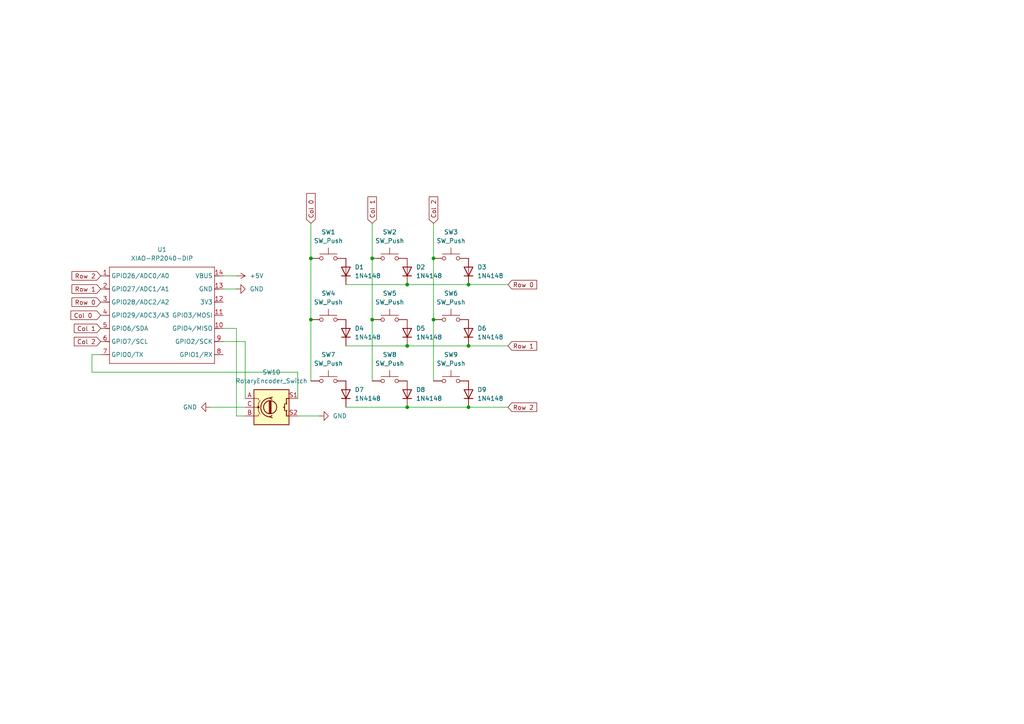
<source format=kicad_sch>
(kicad_sch (version 20250114) (generator "eeschema") (generator_version "9.0")
  (paper "A4")
  (lib_symbols
    (symbol "Device:RotaryEncoder_Switch" (pin_names (offset 0.254) (hide yes))
      (property "Reference" "SW" (at 0 6.604 0))
      (property "Value" "RotaryEncoder_Switch" (at 0 -6.604 0))
      (symbol "RotaryEncoder_Switch_0_1"
        (rectangle (start -5.08 5.08) (end 5.08 -5.08) (stroke (width 0.254)) (fill (type background)))
        (polyline (pts (xy -5.08 2.54) (xy -3.81 2.54) (xy -3.81 2.032)))
        (polyline (pts (xy -5.08 0) (xy -3.81 0) (xy -3.81 -1.016) (xy -3.302 -2.032)))
        (polyline (pts (xy -5.08 -2.54) (xy -3.81 -2.54) (xy -3.81 -2.032)))
        (polyline (pts (xy -4.318 0) (xy -3.81 0) (xy -3.81 1.016) (xy -3.302 2.032)))
        (circle (center -3.81 0) (radius 0.254) (fill (type outline)))
        (polyline (pts (xy -0.635 -1.778) (xy -0.635 1.778)) (stroke (width 0.254)))
        (circle (center -0.381 0) (radius 1.905) (stroke (width 0.254)))
        (polyline (pts (xy -0.381 -1.778) (xy -0.381 1.778)) (stroke (width 0.254)))
        (arc (start -0.381 -2.794) (mid -3.0988 -0.0635) (end -0.381 2.667) (stroke (width 0.254)))
        (polyline (pts (xy -0.127 1.778) (xy -0.127 -1.778)) (stroke (width 0.254)))
        (polyline (pts (xy 0.254 2.921) (xy -0.508 2.667) (xy 0.127 2.286)) (stroke (width 0.254)))
        (polyline (pts (xy 0.254 -3.048) (xy -0.508 -2.794) (xy 0.127 -2.413)) (stroke (width 0.254)))
        (polyline (pts (xy 3.81 1.016) (xy 3.81 -1.016)) (stroke (width 0.254)))
        (polyline (pts (xy 3.81 0) (xy 3.429 0)) (stroke (width 0.254)))
        (circle (center 4.318 1.016) (radius 0.127) (stroke (width 0.254)))
        (circle (center 4.318 -1.016) (radius 0.127) (stroke (width 0.254)))
        (polyline (pts (xy 5.08 2.54) (xy 4.318 2.54) (xy 4.318 1.016)) (stroke (width 0.254)))
        (polyline (pts (xy 5.08 -2.54) (xy 4.318 -2.54) (xy 4.318 -1.016)) (stroke (width 0.254)))
      )
      (symbol "RotaryEncoder_Switch_1_1"
        (pin passive line (at -7.62 2.54 0) (length 2.54) (name "A") (number "A"))
        (pin passive line (at -7.62 0 0) (length 2.54) (name "C") (number "C"))
        (pin passive line (at -7.62 -2.54 0) (length 2.54) (name "B") (number "B"))
        (pin passive line (at 7.62 2.54 180) (length 2.54) (name "S1") (number "S1"))
        (pin passive line (at 7.62 -2.54 180) (length 2.54) (name "S2") (number "S2"))
      )
    )
    (symbol "Diode:1N4148" (pin_numbers (hide yes)) (pin_names (hide yes))
      (property "Reference" "D" (at 0 2.54 0))
      (property "Value" "1N4148" (at 0 -2.54 0))
      (symbol "1N4148_0_1"
        (polyline (pts (xy -1.27 1.27) (xy -1.27 -1.27)) (stroke (width 0.254)))
        (polyline (pts (xy 1.27 1.27) (xy 1.27 -1.27) (xy -1.27 0) (xy 1.27 1.27)) (stroke (width 0.254)))
        (polyline (pts (xy 1.27 0) (xy -1.27 0)))
      )
      (symbol "1N4148_1_1"
        (pin passive line (at -3.81 0 0) (length 2.54) (name "K") (number "1"))
        (pin passive line (at 3.81 0 180) (length 2.54) (name "A") (number "2"))
      )
    )
    (symbol "HACK:XIAO-RP2040-DIP"
      (property "Reference" "U" (at 0 0 0))
      (property "Value" "XIAO-RP2040-DIP" (at 5.334 -1.778 0))
      (symbol "XIAO-RP2040-DIP_1_0"
        (polyline (pts (xy -1.27 -2.54) (xy 29.21 -2.54)) (stroke (width 0.1524)))
        (polyline (pts (xy -1.27 -5.08) (xy -2.54 -5.08)) (stroke (width 0.1524)))
        (polyline (pts (xy -1.27 -5.08) (xy -1.27 -2.54)) (stroke (width 0.1524)))
        (polyline (pts (xy -1.27 -8.89) (xy -2.54 -8.89)) (stroke (width 0.1524)))
        (polyline (pts (xy -1.27 -8.89) (xy -1.27 -5.08)) (stroke (width 0.1524)))
        (polyline (pts (xy -1.27 -12.7) (xy -2.54 -12.7)) (stroke (width 0.1524)))
        (polyline (pts (xy -1.27 -12.7) (xy -1.27 -8.89)) (stroke (width 0.1524)))
        (polyline (pts (xy -1.27 -16.51) (xy -2.54 -16.51)) (stroke (width 0.1524)))
        (polyline (pts (xy -1.27 -16.51) (xy -1.27 -12.7)) (stroke (width 0.1524)))
        (polyline (pts (xy -1.27 -20.32) (xy -2.54 -20.32)) (stroke (width 0.1524)))
        (polyline (pts (xy -1.27 -24.13) (xy -2.54 -24.13)) (stroke (width 0.1524)))
        (polyline (pts (xy -1.27 -27.94) (xy -2.54 -27.94)) (stroke (width 0.1524)))
        (polyline (pts (xy -1.27 -30.48) (xy -1.27 -16.51)) (stroke (width 0.1524)))
        (polyline (pts (xy 29.21 -2.54) (xy 29.21 -5.08)) (stroke (width 0.1524)))
        (polyline (pts (xy 29.21 -5.08) (xy 29.21 -8.89)) (stroke (width 0.1524)))
        (polyline (pts (xy 29.21 -8.89) (xy 29.21 -12.7)) (stroke (width 0.1524)))
        (polyline (pts (xy 29.21 -12.7) (xy 29.21 -30.48)) (stroke (width 0.1524)))
        (polyline (pts (xy 29.21 -30.48) (xy -1.27 -30.48)) (stroke (width 0.1524)))
        (polyline (pts (xy 30.48 -5.08) (xy 29.21 -5.08)) (stroke (width 0.1524)))
        (polyline (pts (xy 30.48 -8.89) (xy 29.21 -8.89)) (stroke (width 0.1524)))
        (polyline (pts (xy 30.48 -12.7) (xy 29.21 -12.7)) (stroke (width 0.1524)))
        (polyline (pts (xy 30.48 -16.51) (xy 29.21 -16.51)) (stroke (width 0.1524)))
        (polyline (pts (xy 30.48 -20.32) (xy 29.21 -20.32)) (stroke (width 0.1524)))
        (polyline (pts (xy 30.48 -24.13) (xy 29.21 -24.13)) (stroke (width 0.1524)))
        (polyline (pts (xy 30.48 -27.94) (xy 29.21 -27.94)) (stroke (width 0.1524)))
        (pin passive line (at -3.81 -5.08 0) (length 2.54) (name "GPIO26/ADC0/A0") (number "1"))
        (pin passive line (at -3.81 -8.89 0) (length 2.54) (name "GPIO27/ADC1/A1") (number "2"))
        (pin passive line (at -3.81 -12.7 0) (length 2.54) (name "GPIO28/ADC2/A2") (number "3"))
        (pin passive line (at -3.81 -16.51 0) (length 2.54) (name "GPIO29/ADC3/A3") (number "4"))
        (pin passive line (at -3.81 -20.32 0) (length 2.54) (name "GPIO6/SDA") (number "5"))
        (pin passive line (at -3.81 -24.13 0) (length 2.54) (name "GPIO7/SCL") (number "6"))
        (pin passive line (at -3.81 -27.94 0) (length 2.54) (name "GPIO0/TX") (number "7"))
        (pin passive line (at 31.75 -5.08 180) (length 2.54) (name "VBUS") (number "14"))
        (pin passive line (at 31.75 -8.89 180) (length 2.54) (name "GND") (number "13"))
        (pin passive line (at 31.75 -12.7 180) (length 2.54) (name "3V3") (number "12"))
        (pin passive line (at 31.75 -16.51 180) (length 2.54) (name "GPIO3/MOSI") (number "11"))
        (pin passive line (at 31.75 -20.32 180) (length 2.54) (name "GPIO4/MISO") (number "10"))
        (pin passive line (at 31.75 -24.13 180) (length 2.54) (name "GPIO2/SCK") (number "9"))
        (pin passive line (at 31.75 -27.94 180) (length 2.54) (name "GPIO1/RX") (number "8"))
      )
    )
    (symbol "Switch:SW_Push" (pin_numbers (hide yes)) (pin_names (offset 1.016) (hide yes))
      (property "Reference" "SW" (at 1.27 2.54 0))
      (property "Value" "SW_Push" (at 0 -1.524 0))
      (symbol "SW_Push_0_1"
        (circle (center -2.032 0) (radius 0.508))
        (polyline (pts (xy 0 1.27) (xy 0 3.048)))
        (circle (center 2.032 0) (radius 0.508))
        (polyline (pts (xy 2.54 1.27) (xy -2.54 1.27)))
        (pin passive line (at -5.08 0 0) (length 2.54) (name "1") (number "1"))
        (pin passive line (at 5.08 0 180) (length 2.54) (name "2") (number "2"))
      )
    )
    (symbol "power:+5V" (power) (pin_numbers (hide yes)) (pin_names (offset 0) (hide yes))
      (property "Value" "+5V" (at 0 3.556 0))
      (symbol "+5V_0_1"
        (polyline (pts (xy -0.762 1.27) (xy 0 2.54)))
        (polyline (pts (xy 0 2.54) (xy 0.762 1.27)))
        (polyline (pts (xy 0 0) (xy 0 2.54)))
      )
      (symbol "+5V_1_1"
        (pin power_in line (at 0 0 90) (length 0) (name "~") (number "1"))
      )
    )
    (symbol "power:GND" (power) (pin_numbers (hide yes)) (pin_names (offset 0) (hide yes))
      (property "Value" "GND" (at 0 -3.81 0))
      (symbol "GND_0_1"
        (polyline (pts (xy 0 0) (xy 0 -1.27) (xy 1.27 -1.27) (xy 0 -2.54) (xy -1.27 -1.27) (xy 0 -1.27)))
      )
      (symbol "GND_1_1"
        (pin power_in line (at 0 0 270) (length 0) (name "~") (number "1"))
      )
    )
  )
  (junction (at 107.95 92.71))
  (junction (at 118.11 118.11))
  (junction (at 125.73 92.71))
  (junction (at 107.95 74.93))
  (junction (at 118.11 100.33))
  (junction (at 135.89 118.11))
  (junction (at 118.11 82.55))
  (junction (at 135.89 82.55))
  (junction (at 90.17 92.71))
  (junction (at 90.17 74.93))
  (junction (at 125.73 74.93))
  (junction (at 135.89 100.33))
  (wire (pts (xy 26.67 107.95) (xy 26.67 102.87)))
  (wire (pts (xy 71.12 120.65) (xy 68.58 120.65)))
  (wire (pts (xy 68.58 83.82) (xy 64.77 83.82)))
  (wire (pts (xy 125.73 92.71) (xy 125.73 74.93)))
  (wire (pts (xy 100.33 100.33) (xy 118.11 100.33)))
  (wire (pts (xy 118.11 118.11) (xy 135.89 118.11)))
  (wire (pts (xy 71.12 99.06) (xy 64.77 99.06)))
  (wire (pts (xy 68.58 80.01) (xy 64.77 80.01)))
  (wire (pts (xy 125.73 110.49) (xy 125.73 92.71)))
  (wire (pts (xy 90.17 110.49) (xy 90.17 92.71)))
  (wire (pts (xy 86.36 115.57) (xy 86.36 107.95)))
  (wire (pts (xy 100.33 118.11) (xy 118.11 118.11)))
  (wire (pts (xy 90.17 64.77) (xy 90.17 74.93)))
  (wire (pts (xy 125.73 74.93) (xy 125.73 64.77)))
  (wire (pts (xy 147.32 100.33) (xy 135.89 100.33)))
  (wire (pts (xy 118.11 82.55) (xy 135.89 82.55)))
  (wire (pts (xy 107.95 64.77) (xy 107.95 74.93)))
  (wire (pts (xy 107.95 74.93) (xy 107.95 92.71)))
  (wire (pts (xy 71.12 115.57) (xy 71.12 99.06)))
  (wire (pts (xy 68.58 95.25) (xy 64.77 95.25)))
  (wire (pts (xy 107.95 110.49) (xy 107.95 92.71)))
  (wire (pts (xy 90.17 74.93) (xy 90.17 92.71)))
  (wire (pts (xy 147.32 118.11) (xy 135.89 118.11)))
  (wire (pts (xy 68.58 120.65) (xy 68.58 95.25)))
  (wire (pts (xy 26.67 102.87) (xy 29.21 102.87)))
  (wire (pts (xy 118.11 100.33) (xy 135.89 100.33)))
  (wire (pts (xy 60.96 118.11) (xy 71.12 118.11)))
  (wire (pts (xy 86.36 107.95) (xy 26.67 107.95)))
  (wire (pts (xy 100.33 82.55) (xy 118.11 82.55)))
  (wire (pts (xy 86.36 120.65) (xy 92.71 120.65)))
  (wire (pts (xy 147.32 82.55) (xy 135.89 82.55)))
  (global_label "Row 2" (shape input) (at 147.32 118.11 0) (property "Intersheetrefs" "${INTERSHEET_REFS}" (effects (hide yes))))
  (global_label "Row 0" (shape input) (at 29.21 87.63 180) (property "Intersheetrefs" "${INTERSHEET_REFS}" (effects (hide yes))))
  (global_label "Col 1" (shape input) (at 29.21 95.25 180) (property "Intersheetrefs" "${INTERSHEET_REFS}" (effects (hide yes))))
  (global_label "Col 2" (shape input) (at 125.73 64.77 90) (property "Intersheetrefs" "${INTERSHEET_REFS}" (effects (hide yes))))
  (global_label "Row 2" (shape input) (at 29.21 80.01 180) (property "Intersheetrefs" "${INTERSHEET_REFS}" (effects (hide yes))))
  (global_label "Col 0 " (shape input) (at 29.21 91.44 180) (property "Intersheetrefs" "${INTERSHEET_REFS}" (effects (hide yes))))
  (global_label "Col 1" (shape input) (at 107.95 64.77 90) (property "Intersheetrefs" "${INTERSHEET_REFS}" (effects (hide yes))))
  (global_label "Row 0" (shape input) (at 147.32 82.55 0) (property "Intersheetrefs" "${INTERSHEET_REFS}" (effects (hide yes))))
  (global_label "Col 2" (shape input) (at 29.21 99.06 180) (property "Intersheetrefs" "${INTERSHEET_REFS}" (effects (hide yes))))
  (global_label "Row 1" (shape input) (at 147.32 100.33 0) (property "Intersheetrefs" "${INTERSHEET_REFS}" (effects (hide yes))))
  (global_label "Col 0 " (shape input) (at 90.17 64.77 90) (property "Intersheetrefs" "${INTERSHEET_REFS}" (effects (hide yes))))
  (global_label "Row 1" (shape input) (at 29.21 83.82 180) (property "Intersheetrefs" "${INTERSHEET_REFS}" (effects (hide yes))))
  (symbol (lib_id "Diode:1N4148") (at 118.11 114.3 90) (unit 1)
    (property "Reference" "D8" (at 120.65 113.0299 90) (effects (justify right)))
    (property "Value" "1N4148" (at 120.65 115.5699 90) (effects (justify right)))
    (property "Footprint" "Diode_THT:D_DO-35_SOD27_P7.62mm_Horizontal" (effects (hide yes)))
    (property "Datasheet" "https://assets.nexperia.com/documents/data-sheet/1N4148_1N4448.pdf" (effects (hide yes)))
    (property "Description" "100V 0.15A standard switching diode, DO-35" (effects (hide yes)))
    (property "Sim.Device" "D" (effects (hide yes)))
    (property "Sim.Pins" "1=K 2=A" (effects (hide yes)))
  )
  (symbol (lib_id "Diode:1N4148") (at 100.33 78.74 90) (unit 1)
    (property "Reference" "D1" (at 102.87 77.4699 90) (effects (justify right)))
    (property "Value" "1N4148" (at 102.87 80.0099 90) (effects (justify right)))
    (property "Footprint" "Diode_THT:D_DO-35_SOD27_P7.62mm_Horizontal" (effects (hide yes)))
    (property "Datasheet" "https://assets.nexperia.com/documents/data-sheet/1N4148_1N4448.pdf" (effects (hide yes)))
    (property "Description" "100V 0.15A standard switching diode, DO-35" (effects (hide yes)))
    (property "Sim.Device" "D" (effects (hide yes)))
    (property "Sim.Pins" "1=K 2=A" (effects (hide yes)))
  )
  (symbol (lib_id "Switch:SW_Push") (at 95.25 92.71 0) (unit 1)
    (property "Reference" "SW4" (at 95.25 85.09 0))
    (property "Value" "SW_Push" (at 95.25 87.63 0))
    (property "Footprint" "Button_Switch_Keyboard:SW_Cherry_MX_1.00u_PCB" (effects (hide yes)))
    (property "Description" "Push button switch, generic, two pins" (effects (hide yes)))
  )
  (symbol (lib_id "Diode:1N4148") (at 118.11 78.74 90) (unit 1)
    (property "Reference" "D2" (at 120.65 77.4699 90) (effects (justify right)))
    (property "Value" "1N4148" (at 120.65 80.0099 90) (effects (justify right)))
    (property "Footprint" "Diode_THT:D_DO-35_SOD27_P7.62mm_Horizontal" (effects (hide yes)))
    (property "Datasheet" "https://assets.nexperia.com/documents/data-sheet/1N4148_1N4448.pdf" (effects (hide yes)))
    (property "Description" "100V 0.15A standard switching diode, DO-35" (effects (hide yes)))
    (property "Sim.Device" "D" (effects (hide yes)))
    (property "Sim.Pins" "1=K 2=A" (effects (hide yes)))
  )
  (symbol (lib_id "Switch:SW_Push") (at 130.81 74.93 0) (unit 1)
    (property "Reference" "SW3" (at 130.81 67.31 0))
    (property "Value" "SW_Push" (at 130.81 69.85 0))
    (property "Footprint" "Button_Switch_Keyboard:SW_Cherry_MX_1.00u_PCB" (effects (hide yes)))
    (property "Description" "Push button switch, generic, two pins" (effects (hide yes)))
  )
  (symbol (lib_id "Switch:SW_Push") (at 130.81 110.49 0) (unit 1)
    (property "Reference" "SW9" (at 130.81 102.87 0))
    (property "Value" "SW_Push" (at 130.81 105.41 0))
    (property "Footprint" "Button_Switch_Keyboard:SW_Cherry_MX_1.00u_PCB" (effects (hide yes)))
    (property "Description" "Push button switch, generic, two pins" (effects (hide yes)))
  )
  (symbol (lib_id "power:GND") (at 92.71 120.65 90) (unit 1)
    (property "Reference" "#PWR02" (effects (hide yes)))
    (property "Value" "GND" (at 96.52 120.6499 90) (effects (justify right)))
    (property "Description" "Power symbol creates a global label with name \"GND\" , ground" (effects (hide yes)))
  )
  (symbol (lib_id "Diode:1N4148") (at 135.89 114.3 90) (unit 1)
    (property "Reference" "D9" (at 138.43 113.0299 90) (effects (justify right)))
    (property "Value" "1N4148" (at 138.43 115.5699 90) (effects (justify right)))
    (property "Footprint" "Diode_THT:D_DO-35_SOD27_P7.62mm_Horizontal" (effects (hide yes)))
    (property "Datasheet" "https://assets.nexperia.com/documents/data-sheet/1N4148_1N4448.pdf" (effects (hide yes)))
    (property "Description" "100V 0.15A standard switching diode, DO-35" (effects (hide yes)))
    (property "Sim.Device" "D" (effects (hide yes)))
    (property "Sim.Pins" "1=K 2=A" (effects (hide yes)))
  )
  (symbol (lib_id "Diode:1N4148") (at 100.33 96.52 90) (unit 1)
    (property "Reference" "D4" (at 102.87 95.2499 90) (effects (justify right)))
    (property "Value" "1N4148" (at 102.87 97.7899 90) (effects (justify right)))
    (property "Footprint" "Diode_THT:D_DO-35_SOD27_P7.62mm_Horizontal" (effects (hide yes)))
    (property "Datasheet" "https://assets.nexperia.com/documents/data-sheet/1N4148_1N4448.pdf" (effects (hide yes)))
    (property "Description" "100V 0.15A standard switching diode, DO-35" (effects (hide yes)))
    (property "Sim.Device" "D" (effects (hide yes)))
    (property "Sim.Pins" "1=K 2=A" (effects (hide yes)))
  )
  (symbol (lib_id "Switch:SW_Push") (at 113.03 110.49 0) (unit 1)
    (property "Reference" "SW8" (at 113.03 102.87 0))
    (property "Value" "SW_Push" (at 113.03 105.41 0))
    (property "Footprint" "Button_Switch_Keyboard:SW_Cherry_MX_1.00u_PCB" (effects (hide yes)))
    (property "Description" "Push button switch, generic, two pins" (effects (hide yes)))
  )
  (symbol (lib_id "Diode:1N4148") (at 118.11 96.52 90) (unit 1)
    (property "Reference" "D5" (at 120.65 95.2499 90) (effects (justify right)))
    (property "Value" "1N4148" (at 120.65 97.7899 90) (effects (justify right)))
    (property "Footprint" "Diode_THT:D_DO-35_SOD27_P7.62mm_Horizontal" (effects (hide yes)))
    (property "Datasheet" "https://assets.nexperia.com/documents/data-sheet/1N4148_1N4448.pdf" (effects (hide yes)))
    (property "Description" "100V 0.15A standard switching diode, DO-35" (effects (hide yes)))
    (property "Sim.Device" "D" (effects (hide yes)))
    (property "Sim.Pins" "1=K 2=A" (effects (hide yes)))
  )
  (symbol (lib_id "Switch:SW_Push") (at 113.03 74.93 0) (unit 1)
    (property "Reference" "SW2" (at 113.03 67.31 0))
    (property "Value" "SW_Push" (at 113.03 69.85 0))
    (property "Footprint" "Button_Switch_Keyboard:SW_Cherry_MX_1.00u_PCB" (effects (hide yes)))
    (property "Description" "Push button switch, generic, two pins" (effects (hide yes)))
  )
  (symbol (lib_id "Diode:1N4148") (at 135.89 78.74 90) (unit 1)
    (property "Reference" "D3" (at 138.43 77.4699 90) (effects (justify right)))
    (property "Value" "1N4148" (at 138.43 80.0099 90) (effects (justify right)))
    (property "Footprint" "Diode_THT:D_DO-35_SOD27_P7.62mm_Horizontal" (effects (hide yes)))
    (property "Datasheet" "https://assets.nexperia.com/documents/data-sheet/1N4148_1N4448.pdf" (effects (hide yes)))
    (property "Description" "100V 0.15A standard switching diode, DO-35" (effects (hide yes)))
    (property "Sim.Device" "D" (effects (hide yes)))
    (property "Sim.Pins" "1=K 2=A" (effects (hide yes)))
  )
  (symbol (lib_id "Diode:1N4148") (at 135.89 96.52 90) (unit 1)
    (property "Reference" "D6" (at 138.43 95.2499 90) (effects (justify right)))
    (property "Value" "1N4148" (at 138.43 97.7899 90) (effects (justify right)))
    (property "Footprint" "Diode_THT:D_DO-35_SOD27_P7.62mm_Horizontal" (effects (hide yes)))
    (property "Datasheet" "https://assets.nexperia.com/documents/data-sheet/1N4148_1N4448.pdf" (effects (hide yes)))
    (property "Description" "100V 0.15A standard switching diode, DO-35" (effects (hide yes)))
    (property "Sim.Device" "D" (effects (hide yes)))
    (property "Sim.Pins" "1=K 2=A" (effects (hide yes)))
  )
  (symbol (lib_id "Switch:SW_Push") (at 113.03 92.71 0) (unit 1)
    (property "Reference" "SW5" (at 113.03 85.09 0))
    (property "Value" "SW_Push" (at 113.03 87.63 0))
    (property "Footprint" "Button_Switch_Keyboard:SW_Cherry_MX_1.00u_PCB" (effects (hide yes)))
    (property "Description" "Push button switch, generic, two pins" (effects (hide yes)))
  )
  (symbol (lib_id "Switch:SW_Push") (at 95.25 110.49 0) (unit 1)
    (property "Reference" "SW7" (at 95.25 102.87 0))
    (property "Value" "SW_Push" (at 95.25 105.41 0))
    (property "Footprint" "Button_Switch_Keyboard:SW_Cherry_MX_1.00u_PCB" (effects (hide yes)))
    (property "Description" "Push button switch, generic, two pins" (effects (hide yes)))
  )
  (symbol (lib_id "Switch:SW_Push") (at 95.25 74.93 0) (unit 1)
    (property "Reference" "SW1" (at 95.25 67.31 0))
    (property "Value" "SW_Push" (at 95.25 69.85 0))
    (property "Footprint" "Button_Switch_Keyboard:SW_Cherry_MX_1.00u_PCB" (effects (hide yes)))
    (property "Description" "Push button switch, generic, two pins" (effects (hide yes)))
  )
  (symbol (lib_id "power:GND") (at 60.96 118.11 270) (unit 1)
    (property "Reference" "#PWR01" (effects (hide yes)))
    (property "Value" "GND" (at 57.15 118.1099 90) (effects (justify right)))
    (property "Description" "Power symbol creates a global label with name \"GND\" , ground" (effects (hide yes)))
  )
  (symbol (lib_id "power:+5V") (at 68.58 80.01 270) (unit 1)
    (property "Reference" "#PWR04" (effects (hide yes)))
    (property "Value" "+5V" (at 72.39 80.0099 90) (effects (justify left)))
    (property "Description" "Power symbol creates a global label with name \"+5V\"" (effects (hide yes)))
  )
  (symbol (lib_id "HACK:XIAO-RP2040-DIP") (at 33.02 74.93 0) (unit 1)
    (property "Reference" "U1" (at 46.99 72.39 0))
    (property "Value" "XIAO-RP2040-DIP" (at 46.99 74.93 0))
    (property "Footprint" "HACK:XIAO-RP2040-DIP" (effects (hide yes)))
  )
  (symbol (lib_id "Switch:SW_Push") (at 130.81 92.71 0) (unit 1)
    (property "Reference" "SW6" (at 130.81 85.09 0))
    (property "Value" "SW_Push" (at 130.81 87.63 0))
    (property "Footprint" "Button_Switch_Keyboard:SW_Cherry_MX_1.00u_PCB" (effects (hide yes)))
    (property "Description" "Push button switch, generic, two pins" (effects (hide yes)))
  )
  (symbol (lib_id "Device:RotaryEncoder_Switch") (at 78.74 118.11 0) (unit 1)
    (property "Reference" "SW10" (at 78.74 107.95 0))
    (property "Value" "RotaryEncoder_Switch" (at 78.74 110.49 0))
    (property "Footprint" "Rotary_Encoder:RotaryEncoder_Alps_EC11E-Switch_Vertical_H20mm" (effects (hide yes)))
    (property "Description" "Rotary encoder, dual channel, incremental quadrate outputs, with switch" (effects (hide yes)))
  )
  (symbol (lib_id "power:GND") (at 68.58 83.82 90) (unit 1)
    (property "Reference" "#PWR03" (effects (hide yes)))
    (property "Value" "GND" (at 72.39 83.8199 90) (effects (justify right)))
    (property "Description" "Power symbol creates a global label with name \"GND\" , ground" (effects (hide yes)))
  )
  (symbol (lib_id "Diode:1N4148") (at 100.33 114.3 90) (unit 1)
    (property "Reference" "D7" (at 102.87 113.0299 90) (effects (justify right)))
    (property "Value" "1N4148" (at 102.87 115.5699 90) (effects (justify right)))
    (property "Footprint" "Diode_THT:D_DO-35_SOD27_P7.62mm_Horizontal" (effects (hide yes)))
    (property "Datasheet" "https://assets.nexperia.com/documents/data-sheet/1N4148_1N4448.pdf" (effects (hide yes)))
    (property "Description" "100V 0.15A standard switching diode, DO-35" (effects (hide yes)))
    (property "Sim.Device" "D" (effects (hide yes)))
    (property "Sim.Pins" "1=K 2=A" (effects (hide yes)))
  )
)
</source>
